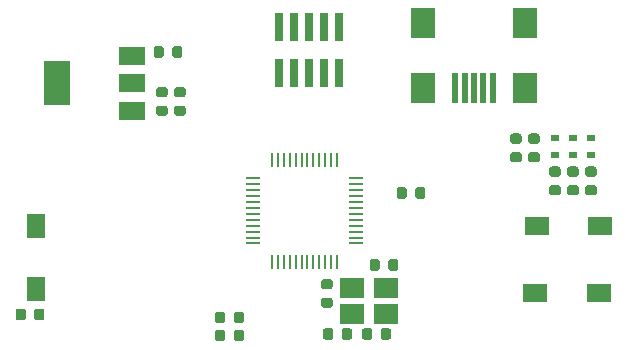
<source format=gtp>
G04 #@! TF.GenerationSoftware,KiCad,Pcbnew,(5.0.0)*
G04 #@! TF.CreationDate,2018-09-15T00:01:03-04:00*
G04 #@! TF.ProjectId,EFMPod,45464D506F642E6B696361645F706362,rev?*
G04 #@! TF.SameCoordinates,Original*
G04 #@! TF.FileFunction,Paste,Top*
G04 #@! TF.FilePolarity,Positive*
%FSLAX46Y46*%
G04 Gerber Fmt 4.6, Leading zero omitted, Abs format (unit mm)*
G04 Created by KiCad (PCBNEW (5.0.0)) date 09/15/18 00:01:03*
%MOMM*%
%LPD*%
G01*
G04 APERTURE LIST*
%ADD10C,0.100000*%
%ADD11C,0.875000*%
%ADD12R,1.600000X2.000000*%
%ADD13R,2.000000X1.600000*%
%ADD14R,1.300000X0.250000*%
%ADD15R,0.250000X1.300000*%
%ADD16R,0.800000X0.600000*%
%ADD17R,2.000000X2.500000*%
%ADD18R,0.500000X2.500000*%
%ADD19R,2.200000X1.500000*%
%ADD20R,2.200000X3.800000*%
%ADD21R,0.740000X2.400000*%
%ADD22R,2.100000X1.800000*%
G04 APERTURE END LIST*
D10*
G04 #@! TO.C,C2*
G36*
X145375691Y-71154053D02*
X145396926Y-71157203D01*
X145417750Y-71162419D01*
X145437962Y-71169651D01*
X145457368Y-71178830D01*
X145475781Y-71189866D01*
X145493024Y-71202654D01*
X145508930Y-71217070D01*
X145523346Y-71232976D01*
X145536134Y-71250219D01*
X145547170Y-71268632D01*
X145556349Y-71288038D01*
X145563581Y-71308250D01*
X145568797Y-71329074D01*
X145571947Y-71350309D01*
X145573000Y-71371750D01*
X145573000Y-71884250D01*
X145571947Y-71905691D01*
X145568797Y-71926926D01*
X145563581Y-71947750D01*
X145556349Y-71967962D01*
X145547170Y-71987368D01*
X145536134Y-72005781D01*
X145523346Y-72023024D01*
X145508930Y-72038930D01*
X145493024Y-72053346D01*
X145475781Y-72066134D01*
X145457368Y-72077170D01*
X145437962Y-72086349D01*
X145417750Y-72093581D01*
X145396926Y-72098797D01*
X145375691Y-72101947D01*
X145354250Y-72103000D01*
X144916750Y-72103000D01*
X144895309Y-72101947D01*
X144874074Y-72098797D01*
X144853250Y-72093581D01*
X144833038Y-72086349D01*
X144813632Y-72077170D01*
X144795219Y-72066134D01*
X144777976Y-72053346D01*
X144762070Y-72038930D01*
X144747654Y-72023024D01*
X144734866Y-72005781D01*
X144723830Y-71987368D01*
X144714651Y-71967962D01*
X144707419Y-71947750D01*
X144702203Y-71926926D01*
X144699053Y-71905691D01*
X144698000Y-71884250D01*
X144698000Y-71371750D01*
X144699053Y-71350309D01*
X144702203Y-71329074D01*
X144707419Y-71308250D01*
X144714651Y-71288038D01*
X144723830Y-71268632D01*
X144734866Y-71250219D01*
X144747654Y-71232976D01*
X144762070Y-71217070D01*
X144777976Y-71202654D01*
X144795219Y-71189866D01*
X144813632Y-71178830D01*
X144833038Y-71169651D01*
X144853250Y-71162419D01*
X144874074Y-71157203D01*
X144895309Y-71154053D01*
X144916750Y-71153000D01*
X145354250Y-71153000D01*
X145375691Y-71154053D01*
X145375691Y-71154053D01*
G37*
D11*
X145135500Y-71628000D03*
D10*
G36*
X146950691Y-71154053D02*
X146971926Y-71157203D01*
X146992750Y-71162419D01*
X147012962Y-71169651D01*
X147032368Y-71178830D01*
X147050781Y-71189866D01*
X147068024Y-71202654D01*
X147083930Y-71217070D01*
X147098346Y-71232976D01*
X147111134Y-71250219D01*
X147122170Y-71268632D01*
X147131349Y-71288038D01*
X147138581Y-71308250D01*
X147143797Y-71329074D01*
X147146947Y-71350309D01*
X147148000Y-71371750D01*
X147148000Y-71884250D01*
X147146947Y-71905691D01*
X147143797Y-71926926D01*
X147138581Y-71947750D01*
X147131349Y-71967962D01*
X147122170Y-71987368D01*
X147111134Y-72005781D01*
X147098346Y-72023024D01*
X147083930Y-72038930D01*
X147068024Y-72053346D01*
X147050781Y-72066134D01*
X147032368Y-72077170D01*
X147012962Y-72086349D01*
X146992750Y-72093581D01*
X146971926Y-72098797D01*
X146950691Y-72101947D01*
X146929250Y-72103000D01*
X146491750Y-72103000D01*
X146470309Y-72101947D01*
X146449074Y-72098797D01*
X146428250Y-72093581D01*
X146408038Y-72086349D01*
X146388632Y-72077170D01*
X146370219Y-72066134D01*
X146352976Y-72053346D01*
X146337070Y-72038930D01*
X146322654Y-72023024D01*
X146309866Y-72005781D01*
X146298830Y-71987368D01*
X146289651Y-71967962D01*
X146282419Y-71947750D01*
X146277203Y-71926926D01*
X146274053Y-71905691D01*
X146273000Y-71884250D01*
X146273000Y-71371750D01*
X146274053Y-71350309D01*
X146277203Y-71329074D01*
X146282419Y-71308250D01*
X146289651Y-71288038D01*
X146298830Y-71268632D01*
X146309866Y-71250219D01*
X146322654Y-71232976D01*
X146337070Y-71217070D01*
X146352976Y-71202654D01*
X146370219Y-71189866D01*
X146388632Y-71178830D01*
X146408038Y-71169651D01*
X146428250Y-71162419D01*
X146449074Y-71157203D01*
X146470309Y-71154053D01*
X146491750Y-71153000D01*
X146929250Y-71153000D01*
X146950691Y-71154053D01*
X146950691Y-71154053D01*
G37*
D11*
X146710500Y-71628000D03*
G04 #@! TD*
D10*
G04 #@! TO.C,C3*
G36*
X147216691Y-76170053D02*
X147237926Y-76173203D01*
X147258750Y-76178419D01*
X147278962Y-76185651D01*
X147298368Y-76194830D01*
X147316781Y-76205866D01*
X147334024Y-76218654D01*
X147349930Y-76233070D01*
X147364346Y-76248976D01*
X147377134Y-76266219D01*
X147388170Y-76284632D01*
X147397349Y-76304038D01*
X147404581Y-76324250D01*
X147409797Y-76345074D01*
X147412947Y-76366309D01*
X147414000Y-76387750D01*
X147414000Y-76825250D01*
X147412947Y-76846691D01*
X147409797Y-76867926D01*
X147404581Y-76888750D01*
X147397349Y-76908962D01*
X147388170Y-76928368D01*
X147377134Y-76946781D01*
X147364346Y-76964024D01*
X147349930Y-76979930D01*
X147334024Y-76994346D01*
X147316781Y-77007134D01*
X147298368Y-77018170D01*
X147278962Y-77027349D01*
X147258750Y-77034581D01*
X147237926Y-77039797D01*
X147216691Y-77042947D01*
X147195250Y-77044000D01*
X146682750Y-77044000D01*
X146661309Y-77042947D01*
X146640074Y-77039797D01*
X146619250Y-77034581D01*
X146599038Y-77027349D01*
X146579632Y-77018170D01*
X146561219Y-77007134D01*
X146543976Y-76994346D01*
X146528070Y-76979930D01*
X146513654Y-76964024D01*
X146500866Y-76946781D01*
X146489830Y-76928368D01*
X146480651Y-76908962D01*
X146473419Y-76888750D01*
X146468203Y-76867926D01*
X146465053Y-76846691D01*
X146464000Y-76825250D01*
X146464000Y-76387750D01*
X146465053Y-76366309D01*
X146468203Y-76345074D01*
X146473419Y-76324250D01*
X146480651Y-76304038D01*
X146489830Y-76284632D01*
X146500866Y-76266219D01*
X146513654Y-76248976D01*
X146528070Y-76233070D01*
X146543976Y-76218654D01*
X146561219Y-76205866D01*
X146579632Y-76194830D01*
X146599038Y-76185651D01*
X146619250Y-76178419D01*
X146640074Y-76173203D01*
X146661309Y-76170053D01*
X146682750Y-76169000D01*
X147195250Y-76169000D01*
X147216691Y-76170053D01*
X147216691Y-76170053D01*
G37*
D11*
X146939000Y-76606500D03*
D10*
G36*
X147216691Y-74595053D02*
X147237926Y-74598203D01*
X147258750Y-74603419D01*
X147278962Y-74610651D01*
X147298368Y-74619830D01*
X147316781Y-74630866D01*
X147334024Y-74643654D01*
X147349930Y-74658070D01*
X147364346Y-74673976D01*
X147377134Y-74691219D01*
X147388170Y-74709632D01*
X147397349Y-74729038D01*
X147404581Y-74749250D01*
X147409797Y-74770074D01*
X147412947Y-74791309D01*
X147414000Y-74812750D01*
X147414000Y-75250250D01*
X147412947Y-75271691D01*
X147409797Y-75292926D01*
X147404581Y-75313750D01*
X147397349Y-75333962D01*
X147388170Y-75353368D01*
X147377134Y-75371781D01*
X147364346Y-75389024D01*
X147349930Y-75404930D01*
X147334024Y-75419346D01*
X147316781Y-75432134D01*
X147298368Y-75443170D01*
X147278962Y-75452349D01*
X147258750Y-75459581D01*
X147237926Y-75464797D01*
X147216691Y-75467947D01*
X147195250Y-75469000D01*
X146682750Y-75469000D01*
X146661309Y-75467947D01*
X146640074Y-75464797D01*
X146619250Y-75459581D01*
X146599038Y-75452349D01*
X146579632Y-75443170D01*
X146561219Y-75432134D01*
X146543976Y-75419346D01*
X146528070Y-75404930D01*
X146513654Y-75389024D01*
X146500866Y-75371781D01*
X146489830Y-75353368D01*
X146480651Y-75333962D01*
X146473419Y-75313750D01*
X146468203Y-75292926D01*
X146465053Y-75271691D01*
X146464000Y-75250250D01*
X146464000Y-74812750D01*
X146465053Y-74791309D01*
X146468203Y-74770074D01*
X146473419Y-74749250D01*
X146480651Y-74729038D01*
X146489830Y-74709632D01*
X146500866Y-74691219D01*
X146513654Y-74673976D01*
X146528070Y-74658070D01*
X146543976Y-74643654D01*
X146561219Y-74630866D01*
X146579632Y-74619830D01*
X146599038Y-74610651D01*
X146619250Y-74603419D01*
X146640074Y-74598203D01*
X146661309Y-74595053D01*
X146682750Y-74594000D01*
X147195250Y-74594000D01*
X147216691Y-74595053D01*
X147216691Y-74595053D01*
G37*
D11*
X146939000Y-75031500D03*
G04 #@! TD*
D10*
G04 #@! TO.C,C4*
G36*
X145692691Y-74595053D02*
X145713926Y-74598203D01*
X145734750Y-74603419D01*
X145754962Y-74610651D01*
X145774368Y-74619830D01*
X145792781Y-74630866D01*
X145810024Y-74643654D01*
X145825930Y-74658070D01*
X145840346Y-74673976D01*
X145853134Y-74691219D01*
X145864170Y-74709632D01*
X145873349Y-74729038D01*
X145880581Y-74749250D01*
X145885797Y-74770074D01*
X145888947Y-74791309D01*
X145890000Y-74812750D01*
X145890000Y-75250250D01*
X145888947Y-75271691D01*
X145885797Y-75292926D01*
X145880581Y-75313750D01*
X145873349Y-75333962D01*
X145864170Y-75353368D01*
X145853134Y-75371781D01*
X145840346Y-75389024D01*
X145825930Y-75404930D01*
X145810024Y-75419346D01*
X145792781Y-75432134D01*
X145774368Y-75443170D01*
X145754962Y-75452349D01*
X145734750Y-75459581D01*
X145713926Y-75464797D01*
X145692691Y-75467947D01*
X145671250Y-75469000D01*
X145158750Y-75469000D01*
X145137309Y-75467947D01*
X145116074Y-75464797D01*
X145095250Y-75459581D01*
X145075038Y-75452349D01*
X145055632Y-75443170D01*
X145037219Y-75432134D01*
X145019976Y-75419346D01*
X145004070Y-75404930D01*
X144989654Y-75389024D01*
X144976866Y-75371781D01*
X144965830Y-75353368D01*
X144956651Y-75333962D01*
X144949419Y-75313750D01*
X144944203Y-75292926D01*
X144941053Y-75271691D01*
X144940000Y-75250250D01*
X144940000Y-74812750D01*
X144941053Y-74791309D01*
X144944203Y-74770074D01*
X144949419Y-74749250D01*
X144956651Y-74729038D01*
X144965830Y-74709632D01*
X144976866Y-74691219D01*
X144989654Y-74673976D01*
X145004070Y-74658070D01*
X145019976Y-74643654D01*
X145037219Y-74630866D01*
X145055632Y-74619830D01*
X145075038Y-74610651D01*
X145095250Y-74603419D01*
X145116074Y-74598203D01*
X145137309Y-74595053D01*
X145158750Y-74594000D01*
X145671250Y-74594000D01*
X145692691Y-74595053D01*
X145692691Y-74595053D01*
G37*
D11*
X145415000Y-75031500D03*
D10*
G36*
X145692691Y-76170053D02*
X145713926Y-76173203D01*
X145734750Y-76178419D01*
X145754962Y-76185651D01*
X145774368Y-76194830D01*
X145792781Y-76205866D01*
X145810024Y-76218654D01*
X145825930Y-76233070D01*
X145840346Y-76248976D01*
X145853134Y-76266219D01*
X145864170Y-76284632D01*
X145873349Y-76304038D01*
X145880581Y-76324250D01*
X145885797Y-76345074D01*
X145888947Y-76366309D01*
X145890000Y-76387750D01*
X145890000Y-76825250D01*
X145888947Y-76846691D01*
X145885797Y-76867926D01*
X145880581Y-76888750D01*
X145873349Y-76908962D01*
X145864170Y-76928368D01*
X145853134Y-76946781D01*
X145840346Y-76964024D01*
X145825930Y-76979930D01*
X145810024Y-76994346D01*
X145792781Y-77007134D01*
X145774368Y-77018170D01*
X145754962Y-77027349D01*
X145734750Y-77034581D01*
X145713926Y-77039797D01*
X145692691Y-77042947D01*
X145671250Y-77044000D01*
X145158750Y-77044000D01*
X145137309Y-77042947D01*
X145116074Y-77039797D01*
X145095250Y-77034581D01*
X145075038Y-77027349D01*
X145055632Y-77018170D01*
X145037219Y-77007134D01*
X145019976Y-76994346D01*
X145004070Y-76979930D01*
X144989654Y-76964024D01*
X144976866Y-76946781D01*
X144965830Y-76928368D01*
X144956651Y-76908962D01*
X144949419Y-76888750D01*
X144944203Y-76867926D01*
X144941053Y-76846691D01*
X144940000Y-76825250D01*
X144940000Y-76387750D01*
X144941053Y-76366309D01*
X144944203Y-76345074D01*
X144949419Y-76324250D01*
X144956651Y-76304038D01*
X144965830Y-76284632D01*
X144976866Y-76266219D01*
X144989654Y-76248976D01*
X145004070Y-76233070D01*
X145019976Y-76218654D01*
X145037219Y-76205866D01*
X145055632Y-76194830D01*
X145075038Y-76185651D01*
X145095250Y-76178419D01*
X145116074Y-76173203D01*
X145137309Y-76170053D01*
X145158750Y-76169000D01*
X145671250Y-76169000D01*
X145692691Y-76170053D01*
X145692691Y-76170053D01*
G37*
D11*
X145415000Y-76606500D03*
G04 #@! TD*
D10*
G04 #@! TO.C,C15*
G36*
X165949691Y-83092053D02*
X165970926Y-83095203D01*
X165991750Y-83100419D01*
X166011962Y-83107651D01*
X166031368Y-83116830D01*
X166049781Y-83127866D01*
X166067024Y-83140654D01*
X166082930Y-83155070D01*
X166097346Y-83170976D01*
X166110134Y-83188219D01*
X166121170Y-83206632D01*
X166130349Y-83226038D01*
X166137581Y-83246250D01*
X166142797Y-83267074D01*
X166145947Y-83288309D01*
X166147000Y-83309750D01*
X166147000Y-83822250D01*
X166145947Y-83843691D01*
X166142797Y-83864926D01*
X166137581Y-83885750D01*
X166130349Y-83905962D01*
X166121170Y-83925368D01*
X166110134Y-83943781D01*
X166097346Y-83961024D01*
X166082930Y-83976930D01*
X166067024Y-83991346D01*
X166049781Y-84004134D01*
X166031368Y-84015170D01*
X166011962Y-84024349D01*
X165991750Y-84031581D01*
X165970926Y-84036797D01*
X165949691Y-84039947D01*
X165928250Y-84041000D01*
X165490750Y-84041000D01*
X165469309Y-84039947D01*
X165448074Y-84036797D01*
X165427250Y-84031581D01*
X165407038Y-84024349D01*
X165387632Y-84015170D01*
X165369219Y-84004134D01*
X165351976Y-83991346D01*
X165336070Y-83976930D01*
X165321654Y-83961024D01*
X165308866Y-83943781D01*
X165297830Y-83925368D01*
X165288651Y-83905962D01*
X165281419Y-83885750D01*
X165276203Y-83864926D01*
X165273053Y-83843691D01*
X165272000Y-83822250D01*
X165272000Y-83309750D01*
X165273053Y-83288309D01*
X165276203Y-83267074D01*
X165281419Y-83246250D01*
X165288651Y-83226038D01*
X165297830Y-83206632D01*
X165308866Y-83188219D01*
X165321654Y-83170976D01*
X165336070Y-83155070D01*
X165351976Y-83140654D01*
X165369219Y-83127866D01*
X165387632Y-83116830D01*
X165407038Y-83107651D01*
X165427250Y-83100419D01*
X165448074Y-83095203D01*
X165469309Y-83092053D01*
X165490750Y-83091000D01*
X165928250Y-83091000D01*
X165949691Y-83092053D01*
X165949691Y-83092053D01*
G37*
D11*
X165709500Y-83566000D03*
D10*
G36*
X167524691Y-83092053D02*
X167545926Y-83095203D01*
X167566750Y-83100419D01*
X167586962Y-83107651D01*
X167606368Y-83116830D01*
X167624781Y-83127866D01*
X167642024Y-83140654D01*
X167657930Y-83155070D01*
X167672346Y-83170976D01*
X167685134Y-83188219D01*
X167696170Y-83206632D01*
X167705349Y-83226038D01*
X167712581Y-83246250D01*
X167717797Y-83267074D01*
X167720947Y-83288309D01*
X167722000Y-83309750D01*
X167722000Y-83822250D01*
X167720947Y-83843691D01*
X167717797Y-83864926D01*
X167712581Y-83885750D01*
X167705349Y-83905962D01*
X167696170Y-83925368D01*
X167685134Y-83943781D01*
X167672346Y-83961024D01*
X167657930Y-83976930D01*
X167642024Y-83991346D01*
X167624781Y-84004134D01*
X167606368Y-84015170D01*
X167586962Y-84024349D01*
X167566750Y-84031581D01*
X167545926Y-84036797D01*
X167524691Y-84039947D01*
X167503250Y-84041000D01*
X167065750Y-84041000D01*
X167044309Y-84039947D01*
X167023074Y-84036797D01*
X167002250Y-84031581D01*
X166982038Y-84024349D01*
X166962632Y-84015170D01*
X166944219Y-84004134D01*
X166926976Y-83991346D01*
X166911070Y-83976930D01*
X166896654Y-83961024D01*
X166883866Y-83943781D01*
X166872830Y-83925368D01*
X166863651Y-83905962D01*
X166856419Y-83885750D01*
X166851203Y-83864926D01*
X166848053Y-83843691D01*
X166847000Y-83822250D01*
X166847000Y-83309750D01*
X166848053Y-83288309D01*
X166851203Y-83267074D01*
X166856419Y-83246250D01*
X166863651Y-83226038D01*
X166872830Y-83206632D01*
X166883866Y-83188219D01*
X166896654Y-83170976D01*
X166911070Y-83155070D01*
X166926976Y-83140654D01*
X166944219Y-83127866D01*
X166962632Y-83116830D01*
X166982038Y-83107651D01*
X167002250Y-83100419D01*
X167023074Y-83095203D01*
X167044309Y-83092053D01*
X167065750Y-83091000D01*
X167503250Y-83091000D01*
X167524691Y-83092053D01*
X167524691Y-83092053D01*
G37*
D11*
X167284500Y-83566000D03*
G04 #@! TD*
D10*
G04 #@! TO.C,C16*
G36*
X163663691Y-89188053D02*
X163684926Y-89191203D01*
X163705750Y-89196419D01*
X163725962Y-89203651D01*
X163745368Y-89212830D01*
X163763781Y-89223866D01*
X163781024Y-89236654D01*
X163796930Y-89251070D01*
X163811346Y-89266976D01*
X163824134Y-89284219D01*
X163835170Y-89302632D01*
X163844349Y-89322038D01*
X163851581Y-89342250D01*
X163856797Y-89363074D01*
X163859947Y-89384309D01*
X163861000Y-89405750D01*
X163861000Y-89918250D01*
X163859947Y-89939691D01*
X163856797Y-89960926D01*
X163851581Y-89981750D01*
X163844349Y-90001962D01*
X163835170Y-90021368D01*
X163824134Y-90039781D01*
X163811346Y-90057024D01*
X163796930Y-90072930D01*
X163781024Y-90087346D01*
X163763781Y-90100134D01*
X163745368Y-90111170D01*
X163725962Y-90120349D01*
X163705750Y-90127581D01*
X163684926Y-90132797D01*
X163663691Y-90135947D01*
X163642250Y-90137000D01*
X163204750Y-90137000D01*
X163183309Y-90135947D01*
X163162074Y-90132797D01*
X163141250Y-90127581D01*
X163121038Y-90120349D01*
X163101632Y-90111170D01*
X163083219Y-90100134D01*
X163065976Y-90087346D01*
X163050070Y-90072930D01*
X163035654Y-90057024D01*
X163022866Y-90039781D01*
X163011830Y-90021368D01*
X163002651Y-90001962D01*
X162995419Y-89981750D01*
X162990203Y-89960926D01*
X162987053Y-89939691D01*
X162986000Y-89918250D01*
X162986000Y-89405750D01*
X162987053Y-89384309D01*
X162990203Y-89363074D01*
X162995419Y-89342250D01*
X163002651Y-89322038D01*
X163011830Y-89302632D01*
X163022866Y-89284219D01*
X163035654Y-89266976D01*
X163050070Y-89251070D01*
X163065976Y-89236654D01*
X163083219Y-89223866D01*
X163101632Y-89212830D01*
X163121038Y-89203651D01*
X163141250Y-89196419D01*
X163162074Y-89191203D01*
X163183309Y-89188053D01*
X163204750Y-89187000D01*
X163642250Y-89187000D01*
X163663691Y-89188053D01*
X163663691Y-89188053D01*
G37*
D11*
X163423500Y-89662000D03*
D10*
G36*
X165238691Y-89188053D02*
X165259926Y-89191203D01*
X165280750Y-89196419D01*
X165300962Y-89203651D01*
X165320368Y-89212830D01*
X165338781Y-89223866D01*
X165356024Y-89236654D01*
X165371930Y-89251070D01*
X165386346Y-89266976D01*
X165399134Y-89284219D01*
X165410170Y-89302632D01*
X165419349Y-89322038D01*
X165426581Y-89342250D01*
X165431797Y-89363074D01*
X165434947Y-89384309D01*
X165436000Y-89405750D01*
X165436000Y-89918250D01*
X165434947Y-89939691D01*
X165431797Y-89960926D01*
X165426581Y-89981750D01*
X165419349Y-90001962D01*
X165410170Y-90021368D01*
X165399134Y-90039781D01*
X165386346Y-90057024D01*
X165371930Y-90072930D01*
X165356024Y-90087346D01*
X165338781Y-90100134D01*
X165320368Y-90111170D01*
X165300962Y-90120349D01*
X165280750Y-90127581D01*
X165259926Y-90132797D01*
X165238691Y-90135947D01*
X165217250Y-90137000D01*
X164779750Y-90137000D01*
X164758309Y-90135947D01*
X164737074Y-90132797D01*
X164716250Y-90127581D01*
X164696038Y-90120349D01*
X164676632Y-90111170D01*
X164658219Y-90100134D01*
X164640976Y-90087346D01*
X164625070Y-90072930D01*
X164610654Y-90057024D01*
X164597866Y-90039781D01*
X164586830Y-90021368D01*
X164577651Y-90001962D01*
X164570419Y-89981750D01*
X164565203Y-89960926D01*
X164562053Y-89939691D01*
X164561000Y-89918250D01*
X164561000Y-89405750D01*
X164562053Y-89384309D01*
X164565203Y-89363074D01*
X164570419Y-89342250D01*
X164577651Y-89322038D01*
X164586830Y-89302632D01*
X164597866Y-89284219D01*
X164610654Y-89266976D01*
X164625070Y-89251070D01*
X164640976Y-89236654D01*
X164658219Y-89223866D01*
X164676632Y-89212830D01*
X164696038Y-89203651D01*
X164716250Y-89196419D01*
X164737074Y-89191203D01*
X164758309Y-89188053D01*
X164779750Y-89187000D01*
X165217250Y-89187000D01*
X165238691Y-89188053D01*
X165238691Y-89188053D01*
G37*
D11*
X164998500Y-89662000D03*
G04 #@! TD*
D10*
G04 #@! TO.C,C18*
G36*
X159662691Y-92426053D02*
X159683926Y-92429203D01*
X159704750Y-92434419D01*
X159724962Y-92441651D01*
X159744368Y-92450830D01*
X159762781Y-92461866D01*
X159780024Y-92474654D01*
X159795930Y-92489070D01*
X159810346Y-92504976D01*
X159823134Y-92522219D01*
X159834170Y-92540632D01*
X159843349Y-92560038D01*
X159850581Y-92580250D01*
X159855797Y-92601074D01*
X159858947Y-92622309D01*
X159860000Y-92643750D01*
X159860000Y-93081250D01*
X159858947Y-93102691D01*
X159855797Y-93123926D01*
X159850581Y-93144750D01*
X159843349Y-93164962D01*
X159834170Y-93184368D01*
X159823134Y-93202781D01*
X159810346Y-93220024D01*
X159795930Y-93235930D01*
X159780024Y-93250346D01*
X159762781Y-93263134D01*
X159744368Y-93274170D01*
X159724962Y-93283349D01*
X159704750Y-93290581D01*
X159683926Y-93295797D01*
X159662691Y-93298947D01*
X159641250Y-93300000D01*
X159128750Y-93300000D01*
X159107309Y-93298947D01*
X159086074Y-93295797D01*
X159065250Y-93290581D01*
X159045038Y-93283349D01*
X159025632Y-93274170D01*
X159007219Y-93263134D01*
X158989976Y-93250346D01*
X158974070Y-93235930D01*
X158959654Y-93220024D01*
X158946866Y-93202781D01*
X158935830Y-93184368D01*
X158926651Y-93164962D01*
X158919419Y-93144750D01*
X158914203Y-93123926D01*
X158911053Y-93102691D01*
X158910000Y-93081250D01*
X158910000Y-92643750D01*
X158911053Y-92622309D01*
X158914203Y-92601074D01*
X158919419Y-92580250D01*
X158926651Y-92560038D01*
X158935830Y-92540632D01*
X158946866Y-92522219D01*
X158959654Y-92504976D01*
X158974070Y-92489070D01*
X158989976Y-92474654D01*
X159007219Y-92461866D01*
X159025632Y-92450830D01*
X159045038Y-92441651D01*
X159065250Y-92434419D01*
X159086074Y-92429203D01*
X159107309Y-92426053D01*
X159128750Y-92425000D01*
X159641250Y-92425000D01*
X159662691Y-92426053D01*
X159662691Y-92426053D01*
G37*
D11*
X159385000Y-92862500D03*
D10*
G36*
X159662691Y-90851053D02*
X159683926Y-90854203D01*
X159704750Y-90859419D01*
X159724962Y-90866651D01*
X159744368Y-90875830D01*
X159762781Y-90886866D01*
X159780024Y-90899654D01*
X159795930Y-90914070D01*
X159810346Y-90929976D01*
X159823134Y-90947219D01*
X159834170Y-90965632D01*
X159843349Y-90985038D01*
X159850581Y-91005250D01*
X159855797Y-91026074D01*
X159858947Y-91047309D01*
X159860000Y-91068750D01*
X159860000Y-91506250D01*
X159858947Y-91527691D01*
X159855797Y-91548926D01*
X159850581Y-91569750D01*
X159843349Y-91589962D01*
X159834170Y-91609368D01*
X159823134Y-91627781D01*
X159810346Y-91645024D01*
X159795930Y-91660930D01*
X159780024Y-91675346D01*
X159762781Y-91688134D01*
X159744368Y-91699170D01*
X159724962Y-91708349D01*
X159704750Y-91715581D01*
X159683926Y-91720797D01*
X159662691Y-91723947D01*
X159641250Y-91725000D01*
X159128750Y-91725000D01*
X159107309Y-91723947D01*
X159086074Y-91720797D01*
X159065250Y-91715581D01*
X159045038Y-91708349D01*
X159025632Y-91699170D01*
X159007219Y-91688134D01*
X158989976Y-91675346D01*
X158974070Y-91660930D01*
X158959654Y-91645024D01*
X158946866Y-91627781D01*
X158935830Y-91609368D01*
X158926651Y-91589962D01*
X158919419Y-91569750D01*
X158914203Y-91548926D01*
X158911053Y-91527691D01*
X158910000Y-91506250D01*
X158910000Y-91068750D01*
X158911053Y-91047309D01*
X158914203Y-91026074D01*
X158919419Y-91005250D01*
X158926651Y-90985038D01*
X158935830Y-90965632D01*
X158946866Y-90947219D01*
X158959654Y-90929976D01*
X158974070Y-90914070D01*
X158989976Y-90899654D01*
X159007219Y-90886866D01*
X159025632Y-90875830D01*
X159045038Y-90866651D01*
X159065250Y-90859419D01*
X159086074Y-90854203D01*
X159107309Y-90851053D01*
X159128750Y-90850000D01*
X159641250Y-90850000D01*
X159662691Y-90851053D01*
X159662691Y-90851053D01*
G37*
D11*
X159385000Y-91287500D03*
G04 #@! TD*
D10*
G04 #@! TO.C,R1*
G36*
X135266691Y-93379053D02*
X135287926Y-93382203D01*
X135308750Y-93387419D01*
X135328962Y-93394651D01*
X135348368Y-93403830D01*
X135366781Y-93414866D01*
X135384024Y-93427654D01*
X135399930Y-93442070D01*
X135414346Y-93457976D01*
X135427134Y-93475219D01*
X135438170Y-93493632D01*
X135447349Y-93513038D01*
X135454581Y-93533250D01*
X135459797Y-93554074D01*
X135462947Y-93575309D01*
X135464000Y-93596750D01*
X135464000Y-94109250D01*
X135462947Y-94130691D01*
X135459797Y-94151926D01*
X135454581Y-94172750D01*
X135447349Y-94192962D01*
X135438170Y-94212368D01*
X135427134Y-94230781D01*
X135414346Y-94248024D01*
X135399930Y-94263930D01*
X135384024Y-94278346D01*
X135366781Y-94291134D01*
X135348368Y-94302170D01*
X135328962Y-94311349D01*
X135308750Y-94318581D01*
X135287926Y-94323797D01*
X135266691Y-94326947D01*
X135245250Y-94328000D01*
X134807750Y-94328000D01*
X134786309Y-94326947D01*
X134765074Y-94323797D01*
X134744250Y-94318581D01*
X134724038Y-94311349D01*
X134704632Y-94302170D01*
X134686219Y-94291134D01*
X134668976Y-94278346D01*
X134653070Y-94263930D01*
X134638654Y-94248024D01*
X134625866Y-94230781D01*
X134614830Y-94212368D01*
X134605651Y-94192962D01*
X134598419Y-94172750D01*
X134593203Y-94151926D01*
X134590053Y-94130691D01*
X134589000Y-94109250D01*
X134589000Y-93596750D01*
X134590053Y-93575309D01*
X134593203Y-93554074D01*
X134598419Y-93533250D01*
X134605651Y-93513038D01*
X134614830Y-93493632D01*
X134625866Y-93475219D01*
X134638654Y-93457976D01*
X134653070Y-93442070D01*
X134668976Y-93427654D01*
X134686219Y-93414866D01*
X134704632Y-93403830D01*
X134724038Y-93394651D01*
X134744250Y-93387419D01*
X134765074Y-93382203D01*
X134786309Y-93379053D01*
X134807750Y-93378000D01*
X135245250Y-93378000D01*
X135266691Y-93379053D01*
X135266691Y-93379053D01*
G37*
D11*
X135026500Y-93853000D03*
D10*
G36*
X133691691Y-93379053D02*
X133712926Y-93382203D01*
X133733750Y-93387419D01*
X133753962Y-93394651D01*
X133773368Y-93403830D01*
X133791781Y-93414866D01*
X133809024Y-93427654D01*
X133824930Y-93442070D01*
X133839346Y-93457976D01*
X133852134Y-93475219D01*
X133863170Y-93493632D01*
X133872349Y-93513038D01*
X133879581Y-93533250D01*
X133884797Y-93554074D01*
X133887947Y-93575309D01*
X133889000Y-93596750D01*
X133889000Y-94109250D01*
X133887947Y-94130691D01*
X133884797Y-94151926D01*
X133879581Y-94172750D01*
X133872349Y-94192962D01*
X133863170Y-94212368D01*
X133852134Y-94230781D01*
X133839346Y-94248024D01*
X133824930Y-94263930D01*
X133809024Y-94278346D01*
X133791781Y-94291134D01*
X133773368Y-94302170D01*
X133753962Y-94311349D01*
X133733750Y-94318581D01*
X133712926Y-94323797D01*
X133691691Y-94326947D01*
X133670250Y-94328000D01*
X133232750Y-94328000D01*
X133211309Y-94326947D01*
X133190074Y-94323797D01*
X133169250Y-94318581D01*
X133149038Y-94311349D01*
X133129632Y-94302170D01*
X133111219Y-94291134D01*
X133093976Y-94278346D01*
X133078070Y-94263930D01*
X133063654Y-94248024D01*
X133050866Y-94230781D01*
X133039830Y-94212368D01*
X133030651Y-94192962D01*
X133023419Y-94172750D01*
X133018203Y-94151926D01*
X133015053Y-94130691D01*
X133014000Y-94109250D01*
X133014000Y-93596750D01*
X133015053Y-93575309D01*
X133018203Y-93554074D01*
X133023419Y-93533250D01*
X133030651Y-93513038D01*
X133039830Y-93493632D01*
X133050866Y-93475219D01*
X133063654Y-93457976D01*
X133078070Y-93442070D01*
X133093976Y-93427654D01*
X133111219Y-93414866D01*
X133129632Y-93403830D01*
X133149038Y-93394651D01*
X133169250Y-93387419D01*
X133190074Y-93382203D01*
X133211309Y-93379053D01*
X133232750Y-93378000D01*
X133670250Y-93378000D01*
X133691691Y-93379053D01*
X133691691Y-93379053D01*
G37*
D11*
X133451500Y-93853000D03*
G04 #@! TD*
D10*
G04 #@! TO.C,R6*
G36*
X159726691Y-95030053D02*
X159747926Y-95033203D01*
X159768750Y-95038419D01*
X159788962Y-95045651D01*
X159808368Y-95054830D01*
X159826781Y-95065866D01*
X159844024Y-95078654D01*
X159859930Y-95093070D01*
X159874346Y-95108976D01*
X159887134Y-95126219D01*
X159898170Y-95144632D01*
X159907349Y-95164038D01*
X159914581Y-95184250D01*
X159919797Y-95205074D01*
X159922947Y-95226309D01*
X159924000Y-95247750D01*
X159924000Y-95760250D01*
X159922947Y-95781691D01*
X159919797Y-95802926D01*
X159914581Y-95823750D01*
X159907349Y-95843962D01*
X159898170Y-95863368D01*
X159887134Y-95881781D01*
X159874346Y-95899024D01*
X159859930Y-95914930D01*
X159844024Y-95929346D01*
X159826781Y-95942134D01*
X159808368Y-95953170D01*
X159788962Y-95962349D01*
X159768750Y-95969581D01*
X159747926Y-95974797D01*
X159726691Y-95977947D01*
X159705250Y-95979000D01*
X159267750Y-95979000D01*
X159246309Y-95977947D01*
X159225074Y-95974797D01*
X159204250Y-95969581D01*
X159184038Y-95962349D01*
X159164632Y-95953170D01*
X159146219Y-95942134D01*
X159128976Y-95929346D01*
X159113070Y-95914930D01*
X159098654Y-95899024D01*
X159085866Y-95881781D01*
X159074830Y-95863368D01*
X159065651Y-95843962D01*
X159058419Y-95823750D01*
X159053203Y-95802926D01*
X159050053Y-95781691D01*
X159049000Y-95760250D01*
X159049000Y-95247750D01*
X159050053Y-95226309D01*
X159053203Y-95205074D01*
X159058419Y-95184250D01*
X159065651Y-95164038D01*
X159074830Y-95144632D01*
X159085866Y-95126219D01*
X159098654Y-95108976D01*
X159113070Y-95093070D01*
X159128976Y-95078654D01*
X159146219Y-95065866D01*
X159164632Y-95054830D01*
X159184038Y-95045651D01*
X159204250Y-95038419D01*
X159225074Y-95033203D01*
X159246309Y-95030053D01*
X159267750Y-95029000D01*
X159705250Y-95029000D01*
X159726691Y-95030053D01*
X159726691Y-95030053D01*
G37*
D11*
X159486500Y-95504000D03*
D10*
G36*
X161301691Y-95030053D02*
X161322926Y-95033203D01*
X161343750Y-95038419D01*
X161363962Y-95045651D01*
X161383368Y-95054830D01*
X161401781Y-95065866D01*
X161419024Y-95078654D01*
X161434930Y-95093070D01*
X161449346Y-95108976D01*
X161462134Y-95126219D01*
X161473170Y-95144632D01*
X161482349Y-95164038D01*
X161489581Y-95184250D01*
X161494797Y-95205074D01*
X161497947Y-95226309D01*
X161499000Y-95247750D01*
X161499000Y-95760250D01*
X161497947Y-95781691D01*
X161494797Y-95802926D01*
X161489581Y-95823750D01*
X161482349Y-95843962D01*
X161473170Y-95863368D01*
X161462134Y-95881781D01*
X161449346Y-95899024D01*
X161434930Y-95914930D01*
X161419024Y-95929346D01*
X161401781Y-95942134D01*
X161383368Y-95953170D01*
X161363962Y-95962349D01*
X161343750Y-95969581D01*
X161322926Y-95974797D01*
X161301691Y-95977947D01*
X161280250Y-95979000D01*
X160842750Y-95979000D01*
X160821309Y-95977947D01*
X160800074Y-95974797D01*
X160779250Y-95969581D01*
X160759038Y-95962349D01*
X160739632Y-95953170D01*
X160721219Y-95942134D01*
X160703976Y-95929346D01*
X160688070Y-95914930D01*
X160673654Y-95899024D01*
X160660866Y-95881781D01*
X160649830Y-95863368D01*
X160640651Y-95843962D01*
X160633419Y-95823750D01*
X160628203Y-95802926D01*
X160625053Y-95781691D01*
X160624000Y-95760250D01*
X160624000Y-95247750D01*
X160625053Y-95226309D01*
X160628203Y-95205074D01*
X160633419Y-95184250D01*
X160640651Y-95164038D01*
X160649830Y-95144632D01*
X160660866Y-95126219D01*
X160673654Y-95108976D01*
X160688070Y-95093070D01*
X160703976Y-95078654D01*
X160721219Y-95065866D01*
X160739632Y-95054830D01*
X160759038Y-95045651D01*
X160779250Y-95038419D01*
X160800074Y-95033203D01*
X160821309Y-95030053D01*
X160842750Y-95029000D01*
X161280250Y-95029000D01*
X161301691Y-95030053D01*
X161301691Y-95030053D01*
G37*
D11*
X161061500Y-95504000D03*
G04 #@! TD*
D10*
G04 #@! TO.C,R7*
G36*
X164603691Y-95030053D02*
X164624926Y-95033203D01*
X164645750Y-95038419D01*
X164665962Y-95045651D01*
X164685368Y-95054830D01*
X164703781Y-95065866D01*
X164721024Y-95078654D01*
X164736930Y-95093070D01*
X164751346Y-95108976D01*
X164764134Y-95126219D01*
X164775170Y-95144632D01*
X164784349Y-95164038D01*
X164791581Y-95184250D01*
X164796797Y-95205074D01*
X164799947Y-95226309D01*
X164801000Y-95247750D01*
X164801000Y-95760250D01*
X164799947Y-95781691D01*
X164796797Y-95802926D01*
X164791581Y-95823750D01*
X164784349Y-95843962D01*
X164775170Y-95863368D01*
X164764134Y-95881781D01*
X164751346Y-95899024D01*
X164736930Y-95914930D01*
X164721024Y-95929346D01*
X164703781Y-95942134D01*
X164685368Y-95953170D01*
X164665962Y-95962349D01*
X164645750Y-95969581D01*
X164624926Y-95974797D01*
X164603691Y-95977947D01*
X164582250Y-95979000D01*
X164144750Y-95979000D01*
X164123309Y-95977947D01*
X164102074Y-95974797D01*
X164081250Y-95969581D01*
X164061038Y-95962349D01*
X164041632Y-95953170D01*
X164023219Y-95942134D01*
X164005976Y-95929346D01*
X163990070Y-95914930D01*
X163975654Y-95899024D01*
X163962866Y-95881781D01*
X163951830Y-95863368D01*
X163942651Y-95843962D01*
X163935419Y-95823750D01*
X163930203Y-95802926D01*
X163927053Y-95781691D01*
X163926000Y-95760250D01*
X163926000Y-95247750D01*
X163927053Y-95226309D01*
X163930203Y-95205074D01*
X163935419Y-95184250D01*
X163942651Y-95164038D01*
X163951830Y-95144632D01*
X163962866Y-95126219D01*
X163975654Y-95108976D01*
X163990070Y-95093070D01*
X164005976Y-95078654D01*
X164023219Y-95065866D01*
X164041632Y-95054830D01*
X164061038Y-95045651D01*
X164081250Y-95038419D01*
X164102074Y-95033203D01*
X164123309Y-95030053D01*
X164144750Y-95029000D01*
X164582250Y-95029000D01*
X164603691Y-95030053D01*
X164603691Y-95030053D01*
G37*
D11*
X164363500Y-95504000D03*
D10*
G36*
X163028691Y-95030053D02*
X163049926Y-95033203D01*
X163070750Y-95038419D01*
X163090962Y-95045651D01*
X163110368Y-95054830D01*
X163128781Y-95065866D01*
X163146024Y-95078654D01*
X163161930Y-95093070D01*
X163176346Y-95108976D01*
X163189134Y-95126219D01*
X163200170Y-95144632D01*
X163209349Y-95164038D01*
X163216581Y-95184250D01*
X163221797Y-95205074D01*
X163224947Y-95226309D01*
X163226000Y-95247750D01*
X163226000Y-95760250D01*
X163224947Y-95781691D01*
X163221797Y-95802926D01*
X163216581Y-95823750D01*
X163209349Y-95843962D01*
X163200170Y-95863368D01*
X163189134Y-95881781D01*
X163176346Y-95899024D01*
X163161930Y-95914930D01*
X163146024Y-95929346D01*
X163128781Y-95942134D01*
X163110368Y-95953170D01*
X163090962Y-95962349D01*
X163070750Y-95969581D01*
X163049926Y-95974797D01*
X163028691Y-95977947D01*
X163007250Y-95979000D01*
X162569750Y-95979000D01*
X162548309Y-95977947D01*
X162527074Y-95974797D01*
X162506250Y-95969581D01*
X162486038Y-95962349D01*
X162466632Y-95953170D01*
X162448219Y-95942134D01*
X162430976Y-95929346D01*
X162415070Y-95914930D01*
X162400654Y-95899024D01*
X162387866Y-95881781D01*
X162376830Y-95863368D01*
X162367651Y-95843962D01*
X162360419Y-95823750D01*
X162355203Y-95802926D01*
X162352053Y-95781691D01*
X162351000Y-95760250D01*
X162351000Y-95247750D01*
X162352053Y-95226309D01*
X162355203Y-95205074D01*
X162360419Y-95184250D01*
X162367651Y-95164038D01*
X162376830Y-95144632D01*
X162387866Y-95126219D01*
X162400654Y-95108976D01*
X162415070Y-95093070D01*
X162430976Y-95078654D01*
X162448219Y-95065866D01*
X162466632Y-95054830D01*
X162486038Y-95045651D01*
X162506250Y-95038419D01*
X162527074Y-95033203D01*
X162548309Y-95030053D01*
X162569750Y-95029000D01*
X163007250Y-95029000D01*
X163028691Y-95030053D01*
X163028691Y-95030053D01*
G37*
D11*
X162788500Y-95504000D03*
G04 #@! TD*
D10*
G04 #@! TO.C,R8*
G36*
X152157691Y-95157053D02*
X152178926Y-95160203D01*
X152199750Y-95165419D01*
X152219962Y-95172651D01*
X152239368Y-95181830D01*
X152257781Y-95192866D01*
X152275024Y-95205654D01*
X152290930Y-95220070D01*
X152305346Y-95235976D01*
X152318134Y-95253219D01*
X152329170Y-95271632D01*
X152338349Y-95291038D01*
X152345581Y-95311250D01*
X152350797Y-95332074D01*
X152353947Y-95353309D01*
X152355000Y-95374750D01*
X152355000Y-95887250D01*
X152353947Y-95908691D01*
X152350797Y-95929926D01*
X152345581Y-95950750D01*
X152338349Y-95970962D01*
X152329170Y-95990368D01*
X152318134Y-96008781D01*
X152305346Y-96026024D01*
X152290930Y-96041930D01*
X152275024Y-96056346D01*
X152257781Y-96069134D01*
X152239368Y-96080170D01*
X152219962Y-96089349D01*
X152199750Y-96096581D01*
X152178926Y-96101797D01*
X152157691Y-96104947D01*
X152136250Y-96106000D01*
X151698750Y-96106000D01*
X151677309Y-96104947D01*
X151656074Y-96101797D01*
X151635250Y-96096581D01*
X151615038Y-96089349D01*
X151595632Y-96080170D01*
X151577219Y-96069134D01*
X151559976Y-96056346D01*
X151544070Y-96041930D01*
X151529654Y-96026024D01*
X151516866Y-96008781D01*
X151505830Y-95990368D01*
X151496651Y-95970962D01*
X151489419Y-95950750D01*
X151484203Y-95929926D01*
X151481053Y-95908691D01*
X151480000Y-95887250D01*
X151480000Y-95374750D01*
X151481053Y-95353309D01*
X151484203Y-95332074D01*
X151489419Y-95311250D01*
X151496651Y-95291038D01*
X151505830Y-95271632D01*
X151516866Y-95253219D01*
X151529654Y-95235976D01*
X151544070Y-95220070D01*
X151559976Y-95205654D01*
X151577219Y-95192866D01*
X151595632Y-95181830D01*
X151615038Y-95172651D01*
X151635250Y-95165419D01*
X151656074Y-95160203D01*
X151677309Y-95157053D01*
X151698750Y-95156000D01*
X152136250Y-95156000D01*
X152157691Y-95157053D01*
X152157691Y-95157053D01*
G37*
D11*
X151917500Y-95631000D03*
D10*
G36*
X150582691Y-95157053D02*
X150603926Y-95160203D01*
X150624750Y-95165419D01*
X150644962Y-95172651D01*
X150664368Y-95181830D01*
X150682781Y-95192866D01*
X150700024Y-95205654D01*
X150715930Y-95220070D01*
X150730346Y-95235976D01*
X150743134Y-95253219D01*
X150754170Y-95271632D01*
X150763349Y-95291038D01*
X150770581Y-95311250D01*
X150775797Y-95332074D01*
X150778947Y-95353309D01*
X150780000Y-95374750D01*
X150780000Y-95887250D01*
X150778947Y-95908691D01*
X150775797Y-95929926D01*
X150770581Y-95950750D01*
X150763349Y-95970962D01*
X150754170Y-95990368D01*
X150743134Y-96008781D01*
X150730346Y-96026024D01*
X150715930Y-96041930D01*
X150700024Y-96056346D01*
X150682781Y-96069134D01*
X150664368Y-96080170D01*
X150644962Y-96089349D01*
X150624750Y-96096581D01*
X150603926Y-96101797D01*
X150582691Y-96104947D01*
X150561250Y-96106000D01*
X150123750Y-96106000D01*
X150102309Y-96104947D01*
X150081074Y-96101797D01*
X150060250Y-96096581D01*
X150040038Y-96089349D01*
X150020632Y-96080170D01*
X150002219Y-96069134D01*
X149984976Y-96056346D01*
X149969070Y-96041930D01*
X149954654Y-96026024D01*
X149941866Y-96008781D01*
X149930830Y-95990368D01*
X149921651Y-95970962D01*
X149914419Y-95950750D01*
X149909203Y-95929926D01*
X149906053Y-95908691D01*
X149905000Y-95887250D01*
X149905000Y-95374750D01*
X149906053Y-95353309D01*
X149909203Y-95332074D01*
X149914419Y-95311250D01*
X149921651Y-95291038D01*
X149930830Y-95271632D01*
X149941866Y-95253219D01*
X149954654Y-95235976D01*
X149969070Y-95220070D01*
X149984976Y-95205654D01*
X150002219Y-95192866D01*
X150020632Y-95181830D01*
X150040038Y-95172651D01*
X150060250Y-95165419D01*
X150081074Y-95160203D01*
X150102309Y-95157053D01*
X150123750Y-95156000D01*
X150561250Y-95156000D01*
X150582691Y-95157053D01*
X150582691Y-95157053D01*
G37*
D11*
X150342500Y-95631000D03*
G04 #@! TD*
D10*
G04 #@! TO.C,R9*
G36*
X150582691Y-93633053D02*
X150603926Y-93636203D01*
X150624750Y-93641419D01*
X150644962Y-93648651D01*
X150664368Y-93657830D01*
X150682781Y-93668866D01*
X150700024Y-93681654D01*
X150715930Y-93696070D01*
X150730346Y-93711976D01*
X150743134Y-93729219D01*
X150754170Y-93747632D01*
X150763349Y-93767038D01*
X150770581Y-93787250D01*
X150775797Y-93808074D01*
X150778947Y-93829309D01*
X150780000Y-93850750D01*
X150780000Y-94363250D01*
X150778947Y-94384691D01*
X150775797Y-94405926D01*
X150770581Y-94426750D01*
X150763349Y-94446962D01*
X150754170Y-94466368D01*
X150743134Y-94484781D01*
X150730346Y-94502024D01*
X150715930Y-94517930D01*
X150700024Y-94532346D01*
X150682781Y-94545134D01*
X150664368Y-94556170D01*
X150644962Y-94565349D01*
X150624750Y-94572581D01*
X150603926Y-94577797D01*
X150582691Y-94580947D01*
X150561250Y-94582000D01*
X150123750Y-94582000D01*
X150102309Y-94580947D01*
X150081074Y-94577797D01*
X150060250Y-94572581D01*
X150040038Y-94565349D01*
X150020632Y-94556170D01*
X150002219Y-94545134D01*
X149984976Y-94532346D01*
X149969070Y-94517930D01*
X149954654Y-94502024D01*
X149941866Y-94484781D01*
X149930830Y-94466368D01*
X149921651Y-94446962D01*
X149914419Y-94426750D01*
X149909203Y-94405926D01*
X149906053Y-94384691D01*
X149905000Y-94363250D01*
X149905000Y-93850750D01*
X149906053Y-93829309D01*
X149909203Y-93808074D01*
X149914419Y-93787250D01*
X149921651Y-93767038D01*
X149930830Y-93747632D01*
X149941866Y-93729219D01*
X149954654Y-93711976D01*
X149969070Y-93696070D01*
X149984976Y-93681654D01*
X150002219Y-93668866D01*
X150020632Y-93657830D01*
X150040038Y-93648651D01*
X150060250Y-93641419D01*
X150081074Y-93636203D01*
X150102309Y-93633053D01*
X150123750Y-93632000D01*
X150561250Y-93632000D01*
X150582691Y-93633053D01*
X150582691Y-93633053D01*
G37*
D11*
X150342500Y-94107000D03*
D10*
G36*
X152157691Y-93633053D02*
X152178926Y-93636203D01*
X152199750Y-93641419D01*
X152219962Y-93648651D01*
X152239368Y-93657830D01*
X152257781Y-93668866D01*
X152275024Y-93681654D01*
X152290930Y-93696070D01*
X152305346Y-93711976D01*
X152318134Y-93729219D01*
X152329170Y-93747632D01*
X152338349Y-93767038D01*
X152345581Y-93787250D01*
X152350797Y-93808074D01*
X152353947Y-93829309D01*
X152355000Y-93850750D01*
X152355000Y-94363250D01*
X152353947Y-94384691D01*
X152350797Y-94405926D01*
X152345581Y-94426750D01*
X152338349Y-94446962D01*
X152329170Y-94466368D01*
X152318134Y-94484781D01*
X152305346Y-94502024D01*
X152290930Y-94517930D01*
X152275024Y-94532346D01*
X152257781Y-94545134D01*
X152239368Y-94556170D01*
X152219962Y-94565349D01*
X152199750Y-94572581D01*
X152178926Y-94577797D01*
X152157691Y-94580947D01*
X152136250Y-94582000D01*
X151698750Y-94582000D01*
X151677309Y-94580947D01*
X151656074Y-94577797D01*
X151635250Y-94572581D01*
X151615038Y-94565349D01*
X151595632Y-94556170D01*
X151577219Y-94545134D01*
X151559976Y-94532346D01*
X151544070Y-94517930D01*
X151529654Y-94502024D01*
X151516866Y-94484781D01*
X151505830Y-94466368D01*
X151496651Y-94446962D01*
X151489419Y-94426750D01*
X151484203Y-94405926D01*
X151481053Y-94384691D01*
X151480000Y-94363250D01*
X151480000Y-93850750D01*
X151481053Y-93829309D01*
X151484203Y-93808074D01*
X151489419Y-93787250D01*
X151496651Y-93767038D01*
X151505830Y-93747632D01*
X151516866Y-93729219D01*
X151529654Y-93711976D01*
X151544070Y-93696070D01*
X151559976Y-93681654D01*
X151577219Y-93668866D01*
X151595632Y-93657830D01*
X151615038Y-93648651D01*
X151635250Y-93641419D01*
X151656074Y-93636203D01*
X151677309Y-93633053D01*
X151698750Y-93632000D01*
X152136250Y-93632000D01*
X152157691Y-93633053D01*
X152157691Y-93633053D01*
G37*
D11*
X151917500Y-94107000D03*
G04 #@! TD*
D10*
G04 #@! TO.C,R10*
G36*
X180490691Y-82901053D02*
X180511926Y-82904203D01*
X180532750Y-82909419D01*
X180552962Y-82916651D01*
X180572368Y-82925830D01*
X180590781Y-82936866D01*
X180608024Y-82949654D01*
X180623930Y-82964070D01*
X180638346Y-82979976D01*
X180651134Y-82997219D01*
X180662170Y-83015632D01*
X180671349Y-83035038D01*
X180678581Y-83055250D01*
X180683797Y-83076074D01*
X180686947Y-83097309D01*
X180688000Y-83118750D01*
X180688000Y-83556250D01*
X180686947Y-83577691D01*
X180683797Y-83598926D01*
X180678581Y-83619750D01*
X180671349Y-83639962D01*
X180662170Y-83659368D01*
X180651134Y-83677781D01*
X180638346Y-83695024D01*
X180623930Y-83710930D01*
X180608024Y-83725346D01*
X180590781Y-83738134D01*
X180572368Y-83749170D01*
X180552962Y-83758349D01*
X180532750Y-83765581D01*
X180511926Y-83770797D01*
X180490691Y-83773947D01*
X180469250Y-83775000D01*
X179956750Y-83775000D01*
X179935309Y-83773947D01*
X179914074Y-83770797D01*
X179893250Y-83765581D01*
X179873038Y-83758349D01*
X179853632Y-83749170D01*
X179835219Y-83738134D01*
X179817976Y-83725346D01*
X179802070Y-83710930D01*
X179787654Y-83695024D01*
X179774866Y-83677781D01*
X179763830Y-83659368D01*
X179754651Y-83639962D01*
X179747419Y-83619750D01*
X179742203Y-83598926D01*
X179739053Y-83577691D01*
X179738000Y-83556250D01*
X179738000Y-83118750D01*
X179739053Y-83097309D01*
X179742203Y-83076074D01*
X179747419Y-83055250D01*
X179754651Y-83035038D01*
X179763830Y-83015632D01*
X179774866Y-82997219D01*
X179787654Y-82979976D01*
X179802070Y-82964070D01*
X179817976Y-82949654D01*
X179835219Y-82936866D01*
X179853632Y-82925830D01*
X179873038Y-82916651D01*
X179893250Y-82909419D01*
X179914074Y-82904203D01*
X179935309Y-82901053D01*
X179956750Y-82900000D01*
X180469250Y-82900000D01*
X180490691Y-82901053D01*
X180490691Y-82901053D01*
G37*
D11*
X180213000Y-83337500D03*
D10*
G36*
X180490691Y-81326053D02*
X180511926Y-81329203D01*
X180532750Y-81334419D01*
X180552962Y-81341651D01*
X180572368Y-81350830D01*
X180590781Y-81361866D01*
X180608024Y-81374654D01*
X180623930Y-81389070D01*
X180638346Y-81404976D01*
X180651134Y-81422219D01*
X180662170Y-81440632D01*
X180671349Y-81460038D01*
X180678581Y-81480250D01*
X180683797Y-81501074D01*
X180686947Y-81522309D01*
X180688000Y-81543750D01*
X180688000Y-81981250D01*
X180686947Y-82002691D01*
X180683797Y-82023926D01*
X180678581Y-82044750D01*
X180671349Y-82064962D01*
X180662170Y-82084368D01*
X180651134Y-82102781D01*
X180638346Y-82120024D01*
X180623930Y-82135930D01*
X180608024Y-82150346D01*
X180590781Y-82163134D01*
X180572368Y-82174170D01*
X180552962Y-82183349D01*
X180532750Y-82190581D01*
X180511926Y-82195797D01*
X180490691Y-82198947D01*
X180469250Y-82200000D01*
X179956750Y-82200000D01*
X179935309Y-82198947D01*
X179914074Y-82195797D01*
X179893250Y-82190581D01*
X179873038Y-82183349D01*
X179853632Y-82174170D01*
X179835219Y-82163134D01*
X179817976Y-82150346D01*
X179802070Y-82135930D01*
X179787654Y-82120024D01*
X179774866Y-82102781D01*
X179763830Y-82084368D01*
X179754651Y-82064962D01*
X179747419Y-82044750D01*
X179742203Y-82023926D01*
X179739053Y-82002691D01*
X179738000Y-81981250D01*
X179738000Y-81543750D01*
X179739053Y-81522309D01*
X179742203Y-81501074D01*
X179747419Y-81480250D01*
X179754651Y-81460038D01*
X179763830Y-81440632D01*
X179774866Y-81422219D01*
X179787654Y-81404976D01*
X179802070Y-81389070D01*
X179817976Y-81374654D01*
X179835219Y-81361866D01*
X179853632Y-81350830D01*
X179873038Y-81341651D01*
X179893250Y-81334419D01*
X179914074Y-81329203D01*
X179935309Y-81326053D01*
X179956750Y-81325000D01*
X180469250Y-81325000D01*
X180490691Y-81326053D01*
X180490691Y-81326053D01*
G37*
D11*
X180213000Y-81762500D03*
G04 #@! TD*
D10*
G04 #@! TO.C,R11*
G36*
X177188691Y-80107053D02*
X177209926Y-80110203D01*
X177230750Y-80115419D01*
X177250962Y-80122651D01*
X177270368Y-80131830D01*
X177288781Y-80142866D01*
X177306024Y-80155654D01*
X177321930Y-80170070D01*
X177336346Y-80185976D01*
X177349134Y-80203219D01*
X177360170Y-80221632D01*
X177369349Y-80241038D01*
X177376581Y-80261250D01*
X177381797Y-80282074D01*
X177384947Y-80303309D01*
X177386000Y-80324750D01*
X177386000Y-80762250D01*
X177384947Y-80783691D01*
X177381797Y-80804926D01*
X177376581Y-80825750D01*
X177369349Y-80845962D01*
X177360170Y-80865368D01*
X177349134Y-80883781D01*
X177336346Y-80901024D01*
X177321930Y-80916930D01*
X177306024Y-80931346D01*
X177288781Y-80944134D01*
X177270368Y-80955170D01*
X177250962Y-80964349D01*
X177230750Y-80971581D01*
X177209926Y-80976797D01*
X177188691Y-80979947D01*
X177167250Y-80981000D01*
X176654750Y-80981000D01*
X176633309Y-80979947D01*
X176612074Y-80976797D01*
X176591250Y-80971581D01*
X176571038Y-80964349D01*
X176551632Y-80955170D01*
X176533219Y-80944134D01*
X176515976Y-80931346D01*
X176500070Y-80916930D01*
X176485654Y-80901024D01*
X176472866Y-80883781D01*
X176461830Y-80865368D01*
X176452651Y-80845962D01*
X176445419Y-80825750D01*
X176440203Y-80804926D01*
X176437053Y-80783691D01*
X176436000Y-80762250D01*
X176436000Y-80324750D01*
X176437053Y-80303309D01*
X176440203Y-80282074D01*
X176445419Y-80261250D01*
X176452651Y-80241038D01*
X176461830Y-80221632D01*
X176472866Y-80203219D01*
X176485654Y-80185976D01*
X176500070Y-80170070D01*
X176515976Y-80155654D01*
X176533219Y-80142866D01*
X176551632Y-80131830D01*
X176571038Y-80122651D01*
X176591250Y-80115419D01*
X176612074Y-80110203D01*
X176633309Y-80107053D01*
X176654750Y-80106000D01*
X177167250Y-80106000D01*
X177188691Y-80107053D01*
X177188691Y-80107053D01*
G37*
D11*
X176911000Y-80543500D03*
D10*
G36*
X177188691Y-78532053D02*
X177209926Y-78535203D01*
X177230750Y-78540419D01*
X177250962Y-78547651D01*
X177270368Y-78556830D01*
X177288781Y-78567866D01*
X177306024Y-78580654D01*
X177321930Y-78595070D01*
X177336346Y-78610976D01*
X177349134Y-78628219D01*
X177360170Y-78646632D01*
X177369349Y-78666038D01*
X177376581Y-78686250D01*
X177381797Y-78707074D01*
X177384947Y-78728309D01*
X177386000Y-78749750D01*
X177386000Y-79187250D01*
X177384947Y-79208691D01*
X177381797Y-79229926D01*
X177376581Y-79250750D01*
X177369349Y-79270962D01*
X177360170Y-79290368D01*
X177349134Y-79308781D01*
X177336346Y-79326024D01*
X177321930Y-79341930D01*
X177306024Y-79356346D01*
X177288781Y-79369134D01*
X177270368Y-79380170D01*
X177250962Y-79389349D01*
X177230750Y-79396581D01*
X177209926Y-79401797D01*
X177188691Y-79404947D01*
X177167250Y-79406000D01*
X176654750Y-79406000D01*
X176633309Y-79404947D01*
X176612074Y-79401797D01*
X176591250Y-79396581D01*
X176571038Y-79389349D01*
X176551632Y-79380170D01*
X176533219Y-79369134D01*
X176515976Y-79356346D01*
X176500070Y-79341930D01*
X176485654Y-79326024D01*
X176472866Y-79308781D01*
X176461830Y-79290368D01*
X176452651Y-79270962D01*
X176445419Y-79250750D01*
X176440203Y-79229926D01*
X176437053Y-79208691D01*
X176436000Y-79187250D01*
X176436000Y-78749750D01*
X176437053Y-78728309D01*
X176440203Y-78707074D01*
X176445419Y-78686250D01*
X176452651Y-78666038D01*
X176461830Y-78646632D01*
X176472866Y-78628219D01*
X176485654Y-78610976D01*
X176500070Y-78595070D01*
X176515976Y-78580654D01*
X176533219Y-78567866D01*
X176551632Y-78556830D01*
X176571038Y-78547651D01*
X176591250Y-78540419D01*
X176612074Y-78535203D01*
X176633309Y-78532053D01*
X176654750Y-78531000D01*
X177167250Y-78531000D01*
X177188691Y-78532053D01*
X177188691Y-78532053D01*
G37*
D11*
X176911000Y-78968500D03*
G04 #@! TD*
D10*
G04 #@! TO.C,R12*
G36*
X178966691Y-81326053D02*
X178987926Y-81329203D01*
X179008750Y-81334419D01*
X179028962Y-81341651D01*
X179048368Y-81350830D01*
X179066781Y-81361866D01*
X179084024Y-81374654D01*
X179099930Y-81389070D01*
X179114346Y-81404976D01*
X179127134Y-81422219D01*
X179138170Y-81440632D01*
X179147349Y-81460038D01*
X179154581Y-81480250D01*
X179159797Y-81501074D01*
X179162947Y-81522309D01*
X179164000Y-81543750D01*
X179164000Y-81981250D01*
X179162947Y-82002691D01*
X179159797Y-82023926D01*
X179154581Y-82044750D01*
X179147349Y-82064962D01*
X179138170Y-82084368D01*
X179127134Y-82102781D01*
X179114346Y-82120024D01*
X179099930Y-82135930D01*
X179084024Y-82150346D01*
X179066781Y-82163134D01*
X179048368Y-82174170D01*
X179028962Y-82183349D01*
X179008750Y-82190581D01*
X178987926Y-82195797D01*
X178966691Y-82198947D01*
X178945250Y-82200000D01*
X178432750Y-82200000D01*
X178411309Y-82198947D01*
X178390074Y-82195797D01*
X178369250Y-82190581D01*
X178349038Y-82183349D01*
X178329632Y-82174170D01*
X178311219Y-82163134D01*
X178293976Y-82150346D01*
X178278070Y-82135930D01*
X178263654Y-82120024D01*
X178250866Y-82102781D01*
X178239830Y-82084368D01*
X178230651Y-82064962D01*
X178223419Y-82044750D01*
X178218203Y-82023926D01*
X178215053Y-82002691D01*
X178214000Y-81981250D01*
X178214000Y-81543750D01*
X178215053Y-81522309D01*
X178218203Y-81501074D01*
X178223419Y-81480250D01*
X178230651Y-81460038D01*
X178239830Y-81440632D01*
X178250866Y-81422219D01*
X178263654Y-81404976D01*
X178278070Y-81389070D01*
X178293976Y-81374654D01*
X178311219Y-81361866D01*
X178329632Y-81350830D01*
X178349038Y-81341651D01*
X178369250Y-81334419D01*
X178390074Y-81329203D01*
X178411309Y-81326053D01*
X178432750Y-81325000D01*
X178945250Y-81325000D01*
X178966691Y-81326053D01*
X178966691Y-81326053D01*
G37*
D11*
X178689000Y-81762500D03*
D10*
G36*
X178966691Y-82901053D02*
X178987926Y-82904203D01*
X179008750Y-82909419D01*
X179028962Y-82916651D01*
X179048368Y-82925830D01*
X179066781Y-82936866D01*
X179084024Y-82949654D01*
X179099930Y-82964070D01*
X179114346Y-82979976D01*
X179127134Y-82997219D01*
X179138170Y-83015632D01*
X179147349Y-83035038D01*
X179154581Y-83055250D01*
X179159797Y-83076074D01*
X179162947Y-83097309D01*
X179164000Y-83118750D01*
X179164000Y-83556250D01*
X179162947Y-83577691D01*
X179159797Y-83598926D01*
X179154581Y-83619750D01*
X179147349Y-83639962D01*
X179138170Y-83659368D01*
X179127134Y-83677781D01*
X179114346Y-83695024D01*
X179099930Y-83710930D01*
X179084024Y-83725346D01*
X179066781Y-83738134D01*
X179048368Y-83749170D01*
X179028962Y-83758349D01*
X179008750Y-83765581D01*
X178987926Y-83770797D01*
X178966691Y-83773947D01*
X178945250Y-83775000D01*
X178432750Y-83775000D01*
X178411309Y-83773947D01*
X178390074Y-83770797D01*
X178369250Y-83765581D01*
X178349038Y-83758349D01*
X178329632Y-83749170D01*
X178311219Y-83738134D01*
X178293976Y-83725346D01*
X178278070Y-83710930D01*
X178263654Y-83695024D01*
X178250866Y-83677781D01*
X178239830Y-83659368D01*
X178230651Y-83639962D01*
X178223419Y-83619750D01*
X178218203Y-83598926D01*
X178215053Y-83577691D01*
X178214000Y-83556250D01*
X178214000Y-83118750D01*
X178215053Y-83097309D01*
X178218203Y-83076074D01*
X178223419Y-83055250D01*
X178230651Y-83035038D01*
X178239830Y-83015632D01*
X178250866Y-82997219D01*
X178263654Y-82979976D01*
X178278070Y-82964070D01*
X178293976Y-82949654D01*
X178311219Y-82936866D01*
X178329632Y-82925830D01*
X178349038Y-82916651D01*
X178369250Y-82909419D01*
X178390074Y-82904203D01*
X178411309Y-82901053D01*
X178432750Y-82900000D01*
X178945250Y-82900000D01*
X178966691Y-82901053D01*
X178966691Y-82901053D01*
G37*
D11*
X178689000Y-83337500D03*
G04 #@! TD*
D10*
G04 #@! TO.C,R13*
G36*
X175664691Y-78532053D02*
X175685926Y-78535203D01*
X175706750Y-78540419D01*
X175726962Y-78547651D01*
X175746368Y-78556830D01*
X175764781Y-78567866D01*
X175782024Y-78580654D01*
X175797930Y-78595070D01*
X175812346Y-78610976D01*
X175825134Y-78628219D01*
X175836170Y-78646632D01*
X175845349Y-78666038D01*
X175852581Y-78686250D01*
X175857797Y-78707074D01*
X175860947Y-78728309D01*
X175862000Y-78749750D01*
X175862000Y-79187250D01*
X175860947Y-79208691D01*
X175857797Y-79229926D01*
X175852581Y-79250750D01*
X175845349Y-79270962D01*
X175836170Y-79290368D01*
X175825134Y-79308781D01*
X175812346Y-79326024D01*
X175797930Y-79341930D01*
X175782024Y-79356346D01*
X175764781Y-79369134D01*
X175746368Y-79380170D01*
X175726962Y-79389349D01*
X175706750Y-79396581D01*
X175685926Y-79401797D01*
X175664691Y-79404947D01*
X175643250Y-79406000D01*
X175130750Y-79406000D01*
X175109309Y-79404947D01*
X175088074Y-79401797D01*
X175067250Y-79396581D01*
X175047038Y-79389349D01*
X175027632Y-79380170D01*
X175009219Y-79369134D01*
X174991976Y-79356346D01*
X174976070Y-79341930D01*
X174961654Y-79326024D01*
X174948866Y-79308781D01*
X174937830Y-79290368D01*
X174928651Y-79270962D01*
X174921419Y-79250750D01*
X174916203Y-79229926D01*
X174913053Y-79208691D01*
X174912000Y-79187250D01*
X174912000Y-78749750D01*
X174913053Y-78728309D01*
X174916203Y-78707074D01*
X174921419Y-78686250D01*
X174928651Y-78666038D01*
X174937830Y-78646632D01*
X174948866Y-78628219D01*
X174961654Y-78610976D01*
X174976070Y-78595070D01*
X174991976Y-78580654D01*
X175009219Y-78567866D01*
X175027632Y-78556830D01*
X175047038Y-78547651D01*
X175067250Y-78540419D01*
X175088074Y-78535203D01*
X175109309Y-78532053D01*
X175130750Y-78531000D01*
X175643250Y-78531000D01*
X175664691Y-78532053D01*
X175664691Y-78532053D01*
G37*
D11*
X175387000Y-78968500D03*
D10*
G36*
X175664691Y-80107053D02*
X175685926Y-80110203D01*
X175706750Y-80115419D01*
X175726962Y-80122651D01*
X175746368Y-80131830D01*
X175764781Y-80142866D01*
X175782024Y-80155654D01*
X175797930Y-80170070D01*
X175812346Y-80185976D01*
X175825134Y-80203219D01*
X175836170Y-80221632D01*
X175845349Y-80241038D01*
X175852581Y-80261250D01*
X175857797Y-80282074D01*
X175860947Y-80303309D01*
X175862000Y-80324750D01*
X175862000Y-80762250D01*
X175860947Y-80783691D01*
X175857797Y-80804926D01*
X175852581Y-80825750D01*
X175845349Y-80845962D01*
X175836170Y-80865368D01*
X175825134Y-80883781D01*
X175812346Y-80901024D01*
X175797930Y-80916930D01*
X175782024Y-80931346D01*
X175764781Y-80944134D01*
X175746368Y-80955170D01*
X175726962Y-80964349D01*
X175706750Y-80971581D01*
X175685926Y-80976797D01*
X175664691Y-80979947D01*
X175643250Y-80981000D01*
X175130750Y-80981000D01*
X175109309Y-80979947D01*
X175088074Y-80976797D01*
X175067250Y-80971581D01*
X175047038Y-80964349D01*
X175027632Y-80955170D01*
X175009219Y-80944134D01*
X174991976Y-80931346D01*
X174976070Y-80916930D01*
X174961654Y-80901024D01*
X174948866Y-80883781D01*
X174937830Y-80865368D01*
X174928651Y-80845962D01*
X174921419Y-80825750D01*
X174916203Y-80804926D01*
X174913053Y-80783691D01*
X174912000Y-80762250D01*
X174912000Y-80324750D01*
X174913053Y-80303309D01*
X174916203Y-80282074D01*
X174921419Y-80261250D01*
X174928651Y-80241038D01*
X174937830Y-80221632D01*
X174948866Y-80203219D01*
X174961654Y-80185976D01*
X174976070Y-80170070D01*
X174991976Y-80155654D01*
X175009219Y-80142866D01*
X175027632Y-80131830D01*
X175047038Y-80122651D01*
X175067250Y-80115419D01*
X175088074Y-80110203D01*
X175109309Y-80107053D01*
X175130750Y-80106000D01*
X175643250Y-80106000D01*
X175664691Y-80107053D01*
X175664691Y-80107053D01*
G37*
D11*
X175387000Y-80543500D03*
G04 #@! TD*
D10*
G04 #@! TO.C,R14*
G36*
X182014691Y-81326053D02*
X182035926Y-81329203D01*
X182056750Y-81334419D01*
X182076962Y-81341651D01*
X182096368Y-81350830D01*
X182114781Y-81361866D01*
X182132024Y-81374654D01*
X182147930Y-81389070D01*
X182162346Y-81404976D01*
X182175134Y-81422219D01*
X182186170Y-81440632D01*
X182195349Y-81460038D01*
X182202581Y-81480250D01*
X182207797Y-81501074D01*
X182210947Y-81522309D01*
X182212000Y-81543750D01*
X182212000Y-81981250D01*
X182210947Y-82002691D01*
X182207797Y-82023926D01*
X182202581Y-82044750D01*
X182195349Y-82064962D01*
X182186170Y-82084368D01*
X182175134Y-82102781D01*
X182162346Y-82120024D01*
X182147930Y-82135930D01*
X182132024Y-82150346D01*
X182114781Y-82163134D01*
X182096368Y-82174170D01*
X182076962Y-82183349D01*
X182056750Y-82190581D01*
X182035926Y-82195797D01*
X182014691Y-82198947D01*
X181993250Y-82200000D01*
X181480750Y-82200000D01*
X181459309Y-82198947D01*
X181438074Y-82195797D01*
X181417250Y-82190581D01*
X181397038Y-82183349D01*
X181377632Y-82174170D01*
X181359219Y-82163134D01*
X181341976Y-82150346D01*
X181326070Y-82135930D01*
X181311654Y-82120024D01*
X181298866Y-82102781D01*
X181287830Y-82084368D01*
X181278651Y-82064962D01*
X181271419Y-82044750D01*
X181266203Y-82023926D01*
X181263053Y-82002691D01*
X181262000Y-81981250D01*
X181262000Y-81543750D01*
X181263053Y-81522309D01*
X181266203Y-81501074D01*
X181271419Y-81480250D01*
X181278651Y-81460038D01*
X181287830Y-81440632D01*
X181298866Y-81422219D01*
X181311654Y-81404976D01*
X181326070Y-81389070D01*
X181341976Y-81374654D01*
X181359219Y-81361866D01*
X181377632Y-81350830D01*
X181397038Y-81341651D01*
X181417250Y-81334419D01*
X181438074Y-81329203D01*
X181459309Y-81326053D01*
X181480750Y-81325000D01*
X181993250Y-81325000D01*
X182014691Y-81326053D01*
X182014691Y-81326053D01*
G37*
D11*
X181737000Y-81762500D03*
D10*
G36*
X182014691Y-82901053D02*
X182035926Y-82904203D01*
X182056750Y-82909419D01*
X182076962Y-82916651D01*
X182096368Y-82925830D01*
X182114781Y-82936866D01*
X182132024Y-82949654D01*
X182147930Y-82964070D01*
X182162346Y-82979976D01*
X182175134Y-82997219D01*
X182186170Y-83015632D01*
X182195349Y-83035038D01*
X182202581Y-83055250D01*
X182207797Y-83076074D01*
X182210947Y-83097309D01*
X182212000Y-83118750D01*
X182212000Y-83556250D01*
X182210947Y-83577691D01*
X182207797Y-83598926D01*
X182202581Y-83619750D01*
X182195349Y-83639962D01*
X182186170Y-83659368D01*
X182175134Y-83677781D01*
X182162346Y-83695024D01*
X182147930Y-83710930D01*
X182132024Y-83725346D01*
X182114781Y-83738134D01*
X182096368Y-83749170D01*
X182076962Y-83758349D01*
X182056750Y-83765581D01*
X182035926Y-83770797D01*
X182014691Y-83773947D01*
X181993250Y-83775000D01*
X181480750Y-83775000D01*
X181459309Y-83773947D01*
X181438074Y-83770797D01*
X181417250Y-83765581D01*
X181397038Y-83758349D01*
X181377632Y-83749170D01*
X181359219Y-83738134D01*
X181341976Y-83725346D01*
X181326070Y-83710930D01*
X181311654Y-83695024D01*
X181298866Y-83677781D01*
X181287830Y-83659368D01*
X181278651Y-83639962D01*
X181271419Y-83619750D01*
X181266203Y-83598926D01*
X181263053Y-83577691D01*
X181262000Y-83556250D01*
X181262000Y-83118750D01*
X181263053Y-83097309D01*
X181266203Y-83076074D01*
X181271419Y-83055250D01*
X181278651Y-83035038D01*
X181287830Y-83015632D01*
X181298866Y-82997219D01*
X181311654Y-82979976D01*
X181326070Y-82964070D01*
X181341976Y-82949654D01*
X181359219Y-82936866D01*
X181377632Y-82925830D01*
X181397038Y-82916651D01*
X181417250Y-82909419D01*
X181438074Y-82904203D01*
X181459309Y-82901053D01*
X181480750Y-82900000D01*
X181993250Y-82900000D01*
X182014691Y-82901053D01*
X182014691Y-82901053D01*
G37*
D11*
X181737000Y-83337500D03*
G04 #@! TD*
D12*
G04 #@! TO.C,SW1*
X134747000Y-91727000D03*
X134747000Y-86327000D03*
G04 #@! TD*
D13*
G04 #@! TO.C,SW2*
X182532000Y-86360000D03*
X177132000Y-86360000D03*
G04 #@! TD*
G04 #@! TO.C,SW3*
X182405000Y-92075000D03*
X177005000Y-92075000D03*
G04 #@! TD*
D14*
G04 #@! TO.C,U2*
X153130000Y-82340000D03*
X153130000Y-82840000D03*
X153130000Y-83340000D03*
X153130000Y-83840000D03*
X153130000Y-84340000D03*
X153130000Y-84840000D03*
X153130000Y-85340000D03*
X153130000Y-85840000D03*
X153130000Y-86340000D03*
X153130000Y-86840000D03*
X153130000Y-87340000D03*
X153130000Y-87840000D03*
D15*
X154730000Y-89440000D03*
X155230000Y-89440000D03*
X155730000Y-89440000D03*
X156230000Y-89440000D03*
X156730000Y-89440000D03*
X157230000Y-89440000D03*
X157730000Y-89440000D03*
X158230000Y-89440000D03*
X158730000Y-89440000D03*
X159230000Y-89440000D03*
X159730000Y-89440000D03*
X160230000Y-89440000D03*
D14*
X161830000Y-87840000D03*
X161830000Y-87340000D03*
X161830000Y-86840000D03*
X161830000Y-86340000D03*
X161830000Y-85840000D03*
X161830000Y-85340000D03*
X161830000Y-84840000D03*
X161830000Y-84340000D03*
X161830000Y-83840000D03*
X161830000Y-83340000D03*
X161830000Y-82840000D03*
X161830000Y-82340000D03*
D15*
X160230000Y-80740000D03*
X159730000Y-80740000D03*
X159230000Y-80740000D03*
X158730000Y-80740000D03*
X158230000Y-80740000D03*
X157730000Y-80740000D03*
X157230000Y-80740000D03*
X156730000Y-80740000D03*
X156230000Y-80740000D03*
X155730000Y-80740000D03*
X155230000Y-80740000D03*
X154730000Y-80740000D03*
G04 #@! TD*
D16*
G04 #@! TO.C,D1*
X180213000Y-80329000D03*
X180213000Y-78929000D03*
G04 #@! TD*
G04 #@! TO.C,D2*
X178689000Y-78929000D03*
X178689000Y-80329000D03*
G04 #@! TD*
G04 #@! TO.C,D3*
X181737000Y-80329000D03*
X181737000Y-78929000D03*
G04 #@! TD*
D17*
G04 #@! TO.C,J2*
X167471000Y-69172000D03*
X176191000Y-69172000D03*
X176191000Y-74652000D03*
X167471000Y-74652000D03*
D18*
X173431000Y-74652000D03*
X172631000Y-74652000D03*
X171831000Y-74652000D03*
X171031000Y-74652000D03*
X170231000Y-74652000D03*
G04 #@! TD*
D19*
G04 #@! TO.C,U1*
X142850000Y-71995000D03*
X142850000Y-74295000D03*
X142850000Y-76595000D03*
D20*
X136550000Y-74295000D03*
G04 #@! TD*
D21*
G04 #@! TO.C,J1*
X160401000Y-69551000D03*
X160401000Y-73451000D03*
X159131000Y-69551000D03*
X159131000Y-73451000D03*
X157861000Y-69551000D03*
X157861000Y-73451000D03*
X156591000Y-69551000D03*
X156591000Y-73451000D03*
X155321000Y-69551000D03*
X155321000Y-73451000D03*
G04 #@! TD*
D22*
G04 #@! TO.C,Y1*
X164391000Y-91610000D03*
X161491000Y-91610000D03*
X161491000Y-93810000D03*
X164391000Y-93810000D03*
G04 #@! TD*
M02*

</source>
